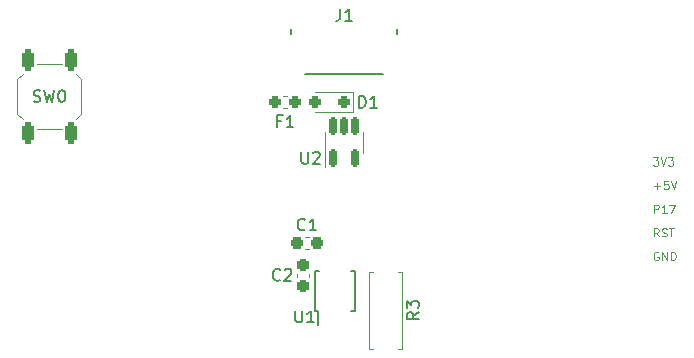
<source format=gto>
G04 #@! TF.GenerationSoftware,KiCad,Pcbnew,7.0.11*
G04 #@! TF.CreationDate,2024-05-21T13:22:13-04:00*
G04 #@! TF.ProjectId,ISOCHet,49534f43-4865-4742-9e6b-696361645f70,rev?*
G04 #@! TF.SameCoordinates,Original*
G04 #@! TF.FileFunction,Legend,Top*
G04 #@! TF.FilePolarity,Positive*
%FSLAX46Y46*%
G04 Gerber Fmt 4.6, Leading zero omitted, Abs format (unit mm)*
G04 Created by KiCad (PCBNEW 7.0.11) date 2024-05-21 13:22:13*
%MOMM*%
%LPD*%
G01*
G04 APERTURE LIST*
G04 Aperture macros list*
%AMRoundRect*
0 Rectangle with rounded corners*
0 $1 Rounding radius*
0 $2 $3 $4 $5 $6 $7 $8 $9 X,Y pos of 4 corners*
0 Add a 4 corners polygon primitive as box body*
4,1,4,$2,$3,$4,$5,$6,$7,$8,$9,$2,$3,0*
0 Add four circle primitives for the rounded corners*
1,1,$1+$1,$2,$3*
1,1,$1+$1,$4,$5*
1,1,$1+$1,$6,$7*
1,1,$1+$1,$8,$9*
0 Add four rect primitives between the rounded corners*
20,1,$1+$1,$2,$3,$4,$5,0*
20,1,$1+$1,$4,$5,$6,$7,0*
20,1,$1+$1,$6,$7,$8,$9,0*
20,1,$1+$1,$8,$9,$2,$3,0*%
%AMFreePoly0*
4,1,15,-0.780000,0.162500,-0.617500,0.325000,0.552500,0.325000,0.639560,0.307683,0.713367,0.258367,0.762683,0.184560,0.780000,0.097500,0.780000,-0.097500,0.762683,-0.184560,0.713367,-0.258367,0.639560,-0.307683,0.552500,-0.325000,-0.617500,-0.325000,-0.780000,-0.162500,-0.780000,0.162500,-0.780000,0.162500,$1*%
%AMFreePoly1*
4,1,15,-0.700000,0.075000,-0.694291,0.103701,-0.678033,0.128033,-0.653701,0.144291,-0.625000,0.150000,0.625000,0.150000,0.700000,0.075000,0.700000,-0.075000,0.625000,-0.150000,-0.625000,-0.150000,-0.653701,-0.144291,-0.678033,-0.128033,-0.694291,-0.103701,-0.700000,-0.075000,-0.700000,0.075000,-0.700000,0.075000,$1*%
G04 Aperture macros list end*
%ADD10C,0.120000*%
%ADD11C,0.150000*%
%ADD12C,0.127000*%
%ADD13C,0.400000*%
%ADD14RoundRect,0.237500X-0.237500X0.300000X-0.237500X-0.300000X0.237500X-0.300000X0.237500X0.300000X0*%
%ADD15C,3.800000*%
%ADD16C,1.600000*%
%ADD17O,1.600000X1.600000*%
%ADD18RoundRect,0.162500X0.162500X-0.617500X0.162500X0.617500X-0.162500X0.617500X-0.162500X-0.617500X0*%
%ADD19FreePoly0,90.000000*%
%ADD20R,0.300000X1.400000*%
%ADD21FreePoly1,90.000000*%
%ADD22RoundRect,0.237500X-0.287500X-0.237500X0.287500X-0.237500X0.287500X0.237500X-0.287500X0.237500X0*%
%ADD23C,1.750000*%
%ADD24C,3.987800*%
%ADD25RoundRect,0.250000X0.250000X0.250000X-0.250000X0.250000X-0.250000X-0.250000X0.250000X-0.250000X0*%
%ADD26RoundRect,0.237500X0.300000X0.237500X-0.300000X0.237500X-0.300000X-0.237500X0.300000X-0.237500X0*%
%ADD27O,1.554000X3.454000*%
%ADD28O,1.554000X3.054000*%
%ADD29RoundRect,0.275000X0.275000X-0.625000X0.275000X0.625000X-0.275000X0.625000X-0.275000X-0.625000X0*%
%ADD30R,1.350000X1.350000*%
%ADD31O,1.350000X1.350000*%
G04 APERTURE END LIST*
D10*
X185395613Y-59467593D02*
X185162280Y-59134260D01*
X184995613Y-59467593D02*
X184995613Y-58767593D01*
X184995613Y-58767593D02*
X185262280Y-58767593D01*
X185262280Y-58767593D02*
X185328947Y-58800926D01*
X185328947Y-58800926D02*
X185362280Y-58834260D01*
X185362280Y-58834260D02*
X185395613Y-58900926D01*
X185395613Y-58900926D02*
X185395613Y-59000926D01*
X185395613Y-59000926D02*
X185362280Y-59067593D01*
X185362280Y-59067593D02*
X185328947Y-59100926D01*
X185328947Y-59100926D02*
X185262280Y-59134260D01*
X185262280Y-59134260D02*
X184995613Y-59134260D01*
X185662280Y-59434260D02*
X185762280Y-59467593D01*
X185762280Y-59467593D02*
X185928947Y-59467593D01*
X185928947Y-59467593D02*
X185995613Y-59434260D01*
X185995613Y-59434260D02*
X186028947Y-59400926D01*
X186028947Y-59400926D02*
X186062280Y-59334260D01*
X186062280Y-59334260D02*
X186062280Y-59267593D01*
X186062280Y-59267593D02*
X186028947Y-59200926D01*
X186028947Y-59200926D02*
X185995613Y-59167593D01*
X185995613Y-59167593D02*
X185928947Y-59134260D01*
X185928947Y-59134260D02*
X185795613Y-59100926D01*
X185795613Y-59100926D02*
X185728947Y-59067593D01*
X185728947Y-59067593D02*
X185695613Y-59034260D01*
X185695613Y-59034260D02*
X185662280Y-58967593D01*
X185662280Y-58967593D02*
X185662280Y-58900926D01*
X185662280Y-58900926D02*
X185695613Y-58834260D01*
X185695613Y-58834260D02*
X185728947Y-58800926D01*
X185728947Y-58800926D02*
X185795613Y-58767593D01*
X185795613Y-58767593D02*
X185962280Y-58767593D01*
X185962280Y-58767593D02*
X186062280Y-58800926D01*
X186262280Y-58767593D02*
X186662280Y-58767593D01*
X186462280Y-59467593D02*
X186462280Y-58767593D01*
X184995613Y-57467593D02*
X184995613Y-56767593D01*
X184995613Y-56767593D02*
X185262280Y-56767593D01*
X185262280Y-56767593D02*
X185328947Y-56800926D01*
X185328947Y-56800926D02*
X185362280Y-56834260D01*
X185362280Y-56834260D02*
X185395613Y-56900926D01*
X185395613Y-56900926D02*
X185395613Y-57000926D01*
X185395613Y-57000926D02*
X185362280Y-57067593D01*
X185362280Y-57067593D02*
X185328947Y-57100926D01*
X185328947Y-57100926D02*
X185262280Y-57134260D01*
X185262280Y-57134260D02*
X184995613Y-57134260D01*
X186062280Y-57467593D02*
X185662280Y-57467593D01*
X185862280Y-57467593D02*
X185862280Y-56767593D01*
X185862280Y-56767593D02*
X185795613Y-56867593D01*
X185795613Y-56867593D02*
X185728947Y-56934260D01*
X185728947Y-56934260D02*
X185662280Y-56967593D01*
X186295614Y-56767593D02*
X186762280Y-56767593D01*
X186762280Y-56767593D02*
X186462280Y-57467593D01*
X184995613Y-55200926D02*
X185528947Y-55200926D01*
X185262280Y-55467593D02*
X185262280Y-54934260D01*
X186195614Y-54767593D02*
X185862280Y-54767593D01*
X185862280Y-54767593D02*
X185828947Y-55100926D01*
X185828947Y-55100926D02*
X185862280Y-55067593D01*
X185862280Y-55067593D02*
X185928947Y-55034260D01*
X185928947Y-55034260D02*
X186095614Y-55034260D01*
X186095614Y-55034260D02*
X186162280Y-55067593D01*
X186162280Y-55067593D02*
X186195614Y-55100926D01*
X186195614Y-55100926D02*
X186228947Y-55167593D01*
X186228947Y-55167593D02*
X186228947Y-55334260D01*
X186228947Y-55334260D02*
X186195614Y-55400926D01*
X186195614Y-55400926D02*
X186162280Y-55434260D01*
X186162280Y-55434260D02*
X186095614Y-55467593D01*
X186095614Y-55467593D02*
X185928947Y-55467593D01*
X185928947Y-55467593D02*
X185862280Y-55434260D01*
X185862280Y-55434260D02*
X185828947Y-55400926D01*
X186428947Y-54767593D02*
X186662281Y-55467593D01*
X186662281Y-55467593D02*
X186895614Y-54767593D01*
X185362280Y-60800927D02*
X185295613Y-60767594D01*
X185295613Y-60767594D02*
X185195613Y-60767594D01*
X185195613Y-60767594D02*
X185095613Y-60800927D01*
X185095613Y-60800927D02*
X185028947Y-60867594D01*
X185028947Y-60867594D02*
X184995613Y-60934261D01*
X184995613Y-60934261D02*
X184962280Y-61067594D01*
X184962280Y-61067594D02*
X184962280Y-61167594D01*
X184962280Y-61167594D02*
X184995613Y-61300927D01*
X184995613Y-61300927D02*
X185028947Y-61367594D01*
X185028947Y-61367594D02*
X185095613Y-61434261D01*
X185095613Y-61434261D02*
X185195613Y-61467594D01*
X185195613Y-61467594D02*
X185262280Y-61467594D01*
X185262280Y-61467594D02*
X185362280Y-61434261D01*
X185362280Y-61434261D02*
X185395613Y-61400927D01*
X185395613Y-61400927D02*
X185395613Y-61167594D01*
X185395613Y-61167594D02*
X185262280Y-61167594D01*
X185695613Y-61467594D02*
X185695613Y-60767594D01*
X185695613Y-60767594D02*
X186095613Y-61467594D01*
X186095613Y-61467594D02*
X186095613Y-60767594D01*
X186428946Y-61467594D02*
X186428946Y-60767594D01*
X186428946Y-60767594D02*
X186595613Y-60767594D01*
X186595613Y-60767594D02*
X186695613Y-60800927D01*
X186695613Y-60800927D02*
X186762280Y-60867594D01*
X186762280Y-60867594D02*
X186795613Y-60934261D01*
X186795613Y-60934261D02*
X186828946Y-61067594D01*
X186828946Y-61067594D02*
X186828946Y-61167594D01*
X186828946Y-61167594D02*
X186795613Y-61300927D01*
X186795613Y-61300927D02*
X186762280Y-61367594D01*
X186762280Y-61367594D02*
X186695613Y-61434261D01*
X186695613Y-61434261D02*
X186595613Y-61467594D01*
X186595613Y-61467594D02*
X186428946Y-61467594D01*
X184928947Y-52767593D02*
X185362280Y-52767593D01*
X185362280Y-52767593D02*
X185128947Y-53034260D01*
X185128947Y-53034260D02*
X185228947Y-53034260D01*
X185228947Y-53034260D02*
X185295613Y-53067593D01*
X185295613Y-53067593D02*
X185328947Y-53100926D01*
X185328947Y-53100926D02*
X185362280Y-53167593D01*
X185362280Y-53167593D02*
X185362280Y-53334260D01*
X185362280Y-53334260D02*
X185328947Y-53400926D01*
X185328947Y-53400926D02*
X185295613Y-53434260D01*
X185295613Y-53434260D02*
X185228947Y-53467593D01*
X185228947Y-53467593D02*
X185028947Y-53467593D01*
X185028947Y-53467593D02*
X184962280Y-53434260D01*
X184962280Y-53434260D02*
X184928947Y-53400926D01*
X185562280Y-52767593D02*
X185795614Y-53467593D01*
X185795614Y-53467593D02*
X186028947Y-52767593D01*
X186195614Y-52767593D02*
X186628947Y-52767593D01*
X186628947Y-52767593D02*
X186395614Y-53034260D01*
X186395614Y-53034260D02*
X186495614Y-53034260D01*
X186495614Y-53034260D02*
X186562280Y-53067593D01*
X186562280Y-53067593D02*
X186595614Y-53100926D01*
X186595614Y-53100926D02*
X186628947Y-53167593D01*
X186628947Y-53167593D02*
X186628947Y-53334260D01*
X186628947Y-53334260D02*
X186595614Y-53400926D01*
X186595614Y-53400926D02*
X186562280Y-53434260D01*
X186562280Y-53434260D02*
X186495614Y-53467593D01*
X186495614Y-53467593D02*
X186295614Y-53467593D01*
X186295614Y-53467593D02*
X186228947Y-53434260D01*
X186228947Y-53434260D02*
X186195614Y-53400926D01*
D11*
X153333333Y-63117079D02*
X153285714Y-63164699D01*
X153285714Y-63164699D02*
X153142857Y-63212318D01*
X153142857Y-63212318D02*
X153047619Y-63212318D01*
X153047619Y-63212318D02*
X152904762Y-63164699D01*
X152904762Y-63164699D02*
X152809524Y-63069460D01*
X152809524Y-63069460D02*
X152761905Y-62974222D01*
X152761905Y-62974222D02*
X152714286Y-62783746D01*
X152714286Y-62783746D02*
X152714286Y-62640889D01*
X152714286Y-62640889D02*
X152761905Y-62450413D01*
X152761905Y-62450413D02*
X152809524Y-62355175D01*
X152809524Y-62355175D02*
X152904762Y-62259937D01*
X152904762Y-62259937D02*
X153047619Y-62212318D01*
X153047619Y-62212318D02*
X153142857Y-62212318D01*
X153142857Y-62212318D02*
X153285714Y-62259937D01*
X153285714Y-62259937D02*
X153333333Y-62307556D01*
X153714286Y-62307556D02*
X153761905Y-62259937D01*
X153761905Y-62259937D02*
X153857143Y-62212318D01*
X153857143Y-62212318D02*
X154095238Y-62212318D01*
X154095238Y-62212318D02*
X154190476Y-62259937D01*
X154190476Y-62259937D02*
X154238095Y-62307556D01*
X154238095Y-62307556D02*
X154285714Y-62402794D01*
X154285714Y-62402794D02*
X154285714Y-62498032D01*
X154285714Y-62498032D02*
X154238095Y-62640889D01*
X154238095Y-62640889D02*
X153666667Y-63212318D01*
X153666667Y-63212318D02*
X154285714Y-63212318D01*
X165074819Y-65871666D02*
X164598628Y-66204999D01*
X165074819Y-66443094D02*
X164074819Y-66443094D01*
X164074819Y-66443094D02*
X164074819Y-66062142D01*
X164074819Y-66062142D02*
X164122438Y-65966904D01*
X164122438Y-65966904D02*
X164170057Y-65919285D01*
X164170057Y-65919285D02*
X164265295Y-65871666D01*
X164265295Y-65871666D02*
X164408152Y-65871666D01*
X164408152Y-65871666D02*
X164503390Y-65919285D01*
X164503390Y-65919285D02*
X164551009Y-65966904D01*
X164551009Y-65966904D02*
X164598628Y-66062142D01*
X164598628Y-66062142D02*
X164598628Y-66443094D01*
X164074819Y-65538332D02*
X164074819Y-64919285D01*
X164074819Y-64919285D02*
X164455771Y-65252618D01*
X164455771Y-65252618D02*
X164455771Y-65109761D01*
X164455771Y-65109761D02*
X164503390Y-65014523D01*
X164503390Y-65014523D02*
X164551009Y-64966904D01*
X164551009Y-64966904D02*
X164646247Y-64919285D01*
X164646247Y-64919285D02*
X164884342Y-64919285D01*
X164884342Y-64919285D02*
X164979580Y-64966904D01*
X164979580Y-64966904D02*
X165027200Y-65014523D01*
X165027200Y-65014523D02*
X165074819Y-65109761D01*
X165074819Y-65109761D02*
X165074819Y-65395475D01*
X165074819Y-65395475D02*
X165027200Y-65490713D01*
X165027200Y-65490713D02*
X164979580Y-65538332D01*
X155138095Y-52304819D02*
X155138095Y-53114342D01*
X155138095Y-53114342D02*
X155185714Y-53209580D01*
X155185714Y-53209580D02*
X155233333Y-53257200D01*
X155233333Y-53257200D02*
X155328571Y-53304819D01*
X155328571Y-53304819D02*
X155519047Y-53304819D01*
X155519047Y-53304819D02*
X155614285Y-53257200D01*
X155614285Y-53257200D02*
X155661904Y-53209580D01*
X155661904Y-53209580D02*
X155709523Y-53114342D01*
X155709523Y-53114342D02*
X155709523Y-52304819D01*
X156138095Y-52400057D02*
X156185714Y-52352438D01*
X156185714Y-52352438D02*
X156280952Y-52304819D01*
X156280952Y-52304819D02*
X156519047Y-52304819D01*
X156519047Y-52304819D02*
X156614285Y-52352438D01*
X156614285Y-52352438D02*
X156661904Y-52400057D01*
X156661904Y-52400057D02*
X156709523Y-52495295D01*
X156709523Y-52495295D02*
X156709523Y-52590533D01*
X156709523Y-52590533D02*
X156661904Y-52733390D01*
X156661904Y-52733390D02*
X156090476Y-53304819D01*
X156090476Y-53304819D02*
X156709523Y-53304819D01*
X154638095Y-65749819D02*
X154638095Y-66559342D01*
X154638095Y-66559342D02*
X154685714Y-66654580D01*
X154685714Y-66654580D02*
X154733333Y-66702200D01*
X154733333Y-66702200D02*
X154828571Y-66749819D01*
X154828571Y-66749819D02*
X155019047Y-66749819D01*
X155019047Y-66749819D02*
X155114285Y-66702200D01*
X155114285Y-66702200D02*
X155161904Y-66654580D01*
X155161904Y-66654580D02*
X155209523Y-66559342D01*
X155209523Y-66559342D02*
X155209523Y-65749819D01*
X156209523Y-66749819D02*
X155638095Y-66749819D01*
X155923809Y-66749819D02*
X155923809Y-65749819D01*
X155923809Y-65749819D02*
X155828571Y-65892676D01*
X155828571Y-65892676D02*
X155733333Y-65987914D01*
X155733333Y-65987914D02*
X155638095Y-66035533D01*
X153416666Y-49681009D02*
X153083333Y-49681009D01*
X153083333Y-50204819D02*
X153083333Y-49204819D01*
X153083333Y-49204819D02*
X153559523Y-49204819D01*
X154464285Y-50204819D02*
X153892857Y-50204819D01*
X154178571Y-50204819D02*
X154178571Y-49204819D01*
X154178571Y-49204819D02*
X154083333Y-49347676D01*
X154083333Y-49347676D02*
X153988095Y-49442914D01*
X153988095Y-49442914D02*
X153892857Y-49490533D01*
X160011905Y-48562319D02*
X160011905Y-47562319D01*
X160011905Y-47562319D02*
X160250000Y-47562319D01*
X160250000Y-47562319D02*
X160392857Y-47609938D01*
X160392857Y-47609938D02*
X160488095Y-47705176D01*
X160488095Y-47705176D02*
X160535714Y-47800414D01*
X160535714Y-47800414D02*
X160583333Y-47990890D01*
X160583333Y-47990890D02*
X160583333Y-48133747D01*
X160583333Y-48133747D02*
X160535714Y-48324223D01*
X160535714Y-48324223D02*
X160488095Y-48419461D01*
X160488095Y-48419461D02*
X160392857Y-48514700D01*
X160392857Y-48514700D02*
X160250000Y-48562319D01*
X160250000Y-48562319D02*
X160011905Y-48562319D01*
X161535714Y-48562319D02*
X160964286Y-48562319D01*
X161250000Y-48562319D02*
X161250000Y-47562319D01*
X161250000Y-47562319D02*
X161154762Y-47705176D01*
X161154762Y-47705176D02*
X161059524Y-47800414D01*
X161059524Y-47800414D02*
X160964286Y-47848033D01*
X155445833Y-58859580D02*
X155398214Y-58907200D01*
X155398214Y-58907200D02*
X155255357Y-58954819D01*
X155255357Y-58954819D02*
X155160119Y-58954819D01*
X155160119Y-58954819D02*
X155017262Y-58907200D01*
X155017262Y-58907200D02*
X154922024Y-58811961D01*
X154922024Y-58811961D02*
X154874405Y-58716723D01*
X154874405Y-58716723D02*
X154826786Y-58526247D01*
X154826786Y-58526247D02*
X154826786Y-58383390D01*
X154826786Y-58383390D02*
X154874405Y-58192914D01*
X154874405Y-58192914D02*
X154922024Y-58097676D01*
X154922024Y-58097676D02*
X155017262Y-58002438D01*
X155017262Y-58002438D02*
X155160119Y-57954819D01*
X155160119Y-57954819D02*
X155255357Y-57954819D01*
X155255357Y-57954819D02*
X155398214Y-58002438D01*
X155398214Y-58002438D02*
X155445833Y-58050057D01*
X156398214Y-58954819D02*
X155826786Y-58954819D01*
X156112500Y-58954819D02*
X156112500Y-57954819D01*
X156112500Y-57954819D02*
X156017262Y-58097676D01*
X156017262Y-58097676D02*
X155922024Y-58192914D01*
X155922024Y-58192914D02*
X155826786Y-58240533D01*
X158416666Y-40204819D02*
X158416666Y-40919104D01*
X158416666Y-40919104D02*
X158369047Y-41061961D01*
X158369047Y-41061961D02*
X158273809Y-41157200D01*
X158273809Y-41157200D02*
X158130952Y-41204819D01*
X158130952Y-41204819D02*
X158035714Y-41204819D01*
X159416666Y-41204819D02*
X158845238Y-41204819D01*
X159130952Y-41204819D02*
X159130952Y-40204819D01*
X159130952Y-40204819D02*
X159035714Y-40347676D01*
X159035714Y-40347676D02*
X158940476Y-40442914D01*
X158940476Y-40442914D02*
X158845238Y-40490533D01*
X132466667Y-48032199D02*
X132609524Y-48079818D01*
X132609524Y-48079818D02*
X132847619Y-48079818D01*
X132847619Y-48079818D02*
X132942857Y-48032199D01*
X132942857Y-48032199D02*
X132990476Y-47984579D01*
X132990476Y-47984579D02*
X133038095Y-47889341D01*
X133038095Y-47889341D02*
X133038095Y-47794103D01*
X133038095Y-47794103D02*
X132990476Y-47698865D01*
X132990476Y-47698865D02*
X132942857Y-47651246D01*
X132942857Y-47651246D02*
X132847619Y-47603627D01*
X132847619Y-47603627D02*
X132657143Y-47556008D01*
X132657143Y-47556008D02*
X132561905Y-47508389D01*
X132561905Y-47508389D02*
X132514286Y-47460770D01*
X132514286Y-47460770D02*
X132466667Y-47365532D01*
X132466667Y-47365532D02*
X132466667Y-47270294D01*
X132466667Y-47270294D02*
X132514286Y-47175056D01*
X132514286Y-47175056D02*
X132561905Y-47127437D01*
X132561905Y-47127437D02*
X132657143Y-47079818D01*
X132657143Y-47079818D02*
X132895238Y-47079818D01*
X132895238Y-47079818D02*
X133038095Y-47127437D01*
X133371429Y-47079818D02*
X133609524Y-48079818D01*
X133609524Y-48079818D02*
X133800000Y-47365532D01*
X133800000Y-47365532D02*
X133990476Y-48079818D01*
X133990476Y-48079818D02*
X134228572Y-47079818D01*
X134800000Y-47079818D02*
X134895238Y-47079818D01*
X134895238Y-47079818D02*
X134990476Y-47127437D01*
X134990476Y-47127437D02*
X135038095Y-47175056D01*
X135038095Y-47175056D02*
X135085714Y-47270294D01*
X135085714Y-47270294D02*
X135133333Y-47460770D01*
X135133333Y-47460770D02*
X135133333Y-47698865D01*
X135133333Y-47698865D02*
X135085714Y-47889341D01*
X135085714Y-47889341D02*
X135038095Y-47984579D01*
X135038095Y-47984579D02*
X134990476Y-48032199D01*
X134990476Y-48032199D02*
X134895238Y-48079818D01*
X134895238Y-48079818D02*
X134800000Y-48079818D01*
X134800000Y-48079818D02*
X134704762Y-48032199D01*
X134704762Y-48032199D02*
X134657143Y-47984579D01*
X134657143Y-47984579D02*
X134609524Y-47889341D01*
X134609524Y-47889341D02*
X134561905Y-47698865D01*
X134561905Y-47698865D02*
X134561905Y-47460770D01*
X134561905Y-47460770D02*
X134609524Y-47270294D01*
X134609524Y-47270294D02*
X134657143Y-47175056D01*
X134657143Y-47175056D02*
X134704762Y-47127437D01*
X134704762Y-47127437D02*
X134800000Y-47079818D01*
D10*
X155760000Y-62611233D02*
X155760000Y-62903767D01*
X154740000Y-62611233D02*
X154740000Y-62903767D01*
X163620000Y-62435000D02*
X163620000Y-68975000D01*
X163290000Y-62435000D02*
X163620000Y-62435000D01*
X161210000Y-62435000D02*
X160880000Y-62435000D01*
X160880000Y-62435000D02*
X160880000Y-68975000D01*
X163620000Y-68975000D02*
X163290000Y-68975000D01*
X160880000Y-68975000D02*
X161210000Y-68975000D01*
X160360000Y-52400000D02*
X160360000Y-50600000D01*
X157140000Y-50600000D02*
X157140000Y-53550000D01*
D11*
X156325000Y-65770000D02*
X156550000Y-65770000D01*
X156325000Y-65770000D02*
X156325000Y-62420000D01*
X156550000Y-65770000D02*
X156550000Y-66995000D01*
X159675000Y-65770000D02*
X159375000Y-65770000D01*
X159675000Y-65770000D02*
X159675000Y-62420000D01*
X156325000Y-62420000D02*
X156625000Y-62420000D01*
X159675000Y-62420000D02*
X159375000Y-62420000D01*
D10*
X153578733Y-47597500D02*
X153921267Y-47597500D01*
X153578733Y-48617500D02*
X153921267Y-48617500D01*
X159510000Y-48957500D02*
X159510000Y-47257500D01*
X159510000Y-48957500D02*
X156250000Y-48957500D01*
X159510000Y-47257500D02*
X156250000Y-47257500D01*
X155758767Y-60510000D02*
X155466233Y-60510000D01*
X155758767Y-59490000D02*
X155466233Y-59490000D01*
D12*
X163220000Y-41895000D02*
X163220000Y-42355000D01*
X162075000Y-45720000D02*
X155425000Y-45720000D01*
X154280000Y-41895000D02*
X154280000Y-42355000D01*
D10*
X134840000Y-50345000D02*
X132760000Y-50345000D01*
X131080000Y-49075000D02*
X131570000Y-49565000D01*
X131080000Y-49075000D02*
X131080000Y-46175000D01*
X136520000Y-49075000D02*
X136030000Y-49565000D01*
X136520000Y-49075000D02*
X136520000Y-46175000D01*
X131080000Y-46175000D02*
X131570000Y-45685000D01*
X136520000Y-46175000D02*
X136030000Y-45685000D01*
X134840000Y-44905000D02*
X132760000Y-44905000D01*
%LPC*%
D13*
X161925000Y-44800000D02*
G75*
G03*
X161525000Y-44800000I-200000J0D01*
G01*
X161525000Y-44800000D02*
G75*
G03*
X161925000Y-44800000I200000J0D01*
G01*
X161925000Y-43450000D02*
G75*
G03*
X161525000Y-43450000I-200000J0D01*
G01*
X161525000Y-43450000D02*
G75*
G03*
X161925000Y-43450000I200000J0D01*
G01*
X161075000Y-44800000D02*
G75*
G03*
X160675000Y-44800000I-200000J0D01*
G01*
X160675000Y-44800000D02*
G75*
G03*
X161075000Y-44800000I200000J0D01*
G01*
X161075000Y-43450000D02*
G75*
G03*
X160675000Y-43450000I-200000J0D01*
G01*
X160675000Y-43450000D02*
G75*
G03*
X161075000Y-43450000I200000J0D01*
G01*
X160225000Y-44800000D02*
G75*
G03*
X159825000Y-44800000I-200000J0D01*
G01*
X159825000Y-44800000D02*
G75*
G03*
X160225000Y-44800000I200000J0D01*
G01*
X160225000Y-43450000D02*
G75*
G03*
X159825000Y-43450000I-200000J0D01*
G01*
X159825000Y-43450000D02*
G75*
G03*
X160225000Y-43450000I200000J0D01*
G01*
X159375000Y-44800000D02*
G75*
G03*
X158975000Y-44800000I-200000J0D01*
G01*
X158975000Y-44800000D02*
G75*
G03*
X159375000Y-44800000I200000J0D01*
G01*
X159375000Y-43450000D02*
G75*
G03*
X158975000Y-43450000I-200000J0D01*
G01*
X158975000Y-43450000D02*
G75*
G03*
X159375000Y-43450000I200000J0D01*
G01*
X158525000Y-44800000D02*
G75*
G03*
X158125000Y-44800000I-200000J0D01*
G01*
X158125000Y-44800000D02*
G75*
G03*
X158525000Y-44800000I200000J0D01*
G01*
X158525000Y-43450000D02*
G75*
G03*
X158125000Y-43450000I-200000J0D01*
G01*
X158125000Y-43450000D02*
G75*
G03*
X158525000Y-43450000I200000J0D01*
G01*
X157675000Y-44800000D02*
G75*
G03*
X157275000Y-44800000I-200000J0D01*
G01*
X157275000Y-44800000D02*
G75*
G03*
X157675000Y-44800000I200000J0D01*
G01*
X157675000Y-43450000D02*
G75*
G03*
X157275000Y-43450000I-200000J0D01*
G01*
X157275000Y-43450000D02*
G75*
G03*
X157675000Y-43450000I200000J0D01*
G01*
X156825000Y-44800000D02*
G75*
G03*
X156425000Y-44800000I-200000J0D01*
G01*
X156425000Y-44800000D02*
G75*
G03*
X156825000Y-44800000I200000J0D01*
G01*
X156825000Y-43450000D02*
G75*
G03*
X156425000Y-43450000I-200000J0D01*
G01*
X156425000Y-43450000D02*
G75*
G03*
X156825000Y-43450000I200000J0D01*
G01*
X155975000Y-44800000D02*
G75*
G03*
X155575000Y-44800000I-200000J0D01*
G01*
X155575000Y-44800000D02*
G75*
G03*
X155975000Y-44800000I200000J0D01*
G01*
X155975000Y-43450000D02*
G75*
G03*
X155575000Y-43450000I-200000J0D01*
G01*
X155575000Y-43450000D02*
G75*
G03*
X155975000Y-43450000I200000J0D01*
G01*
D14*
X155250000Y-61895000D03*
X155250000Y-63620000D03*
D15*
X158750000Y-57150000D03*
D16*
X162250000Y-61895000D03*
D17*
X162250000Y-69515000D03*
D18*
X157800000Y-52850000D03*
D19*
X158750000Y-52850000D03*
D18*
X159700000Y-52850000D03*
X159700000Y-50150000D03*
X158750000Y-50150000D03*
X157800000Y-50150000D03*
D20*
X157000000Y-66295000D03*
X157500000Y-66295000D03*
X158000000Y-66295000D03*
X158500000Y-66295000D03*
X159000000Y-66295000D03*
X159000000Y-61895000D03*
X158500000Y-61895000D03*
D21*
X158000000Y-61895000D03*
D20*
X157500000Y-61895000D03*
X157000000Y-61895000D03*
D22*
X152875000Y-48107500D03*
X154625000Y-48107500D03*
D23*
X170338750Y-57150000D03*
D24*
X175418750Y-57150000D03*
D23*
X180498750Y-57150000D03*
D25*
X158750000Y-48107500D03*
X156250000Y-48107500D03*
D23*
X139382500Y-47625000D03*
D24*
X144462500Y-47625000D03*
D23*
X149542500Y-47625000D03*
X139382500Y-66675000D03*
D24*
X144462500Y-66675000D03*
D23*
X149542500Y-66675000D03*
D26*
X156475000Y-60000000D03*
X154750000Y-60000000D03*
D27*
X163070000Y-44300000D03*
D28*
X163070000Y-40150000D03*
D27*
X154430000Y-44300000D03*
D28*
X154430000Y-40150000D03*
D23*
X137001250Y-66675000D03*
D24*
X142081250Y-66675000D03*
X167163750Y-45243750D03*
X167163750Y-69056250D03*
D29*
X131950000Y-50725000D03*
X131950000Y-44525000D03*
X135650000Y-50725000D03*
X135650000Y-44525000D03*
D24*
X146843750Y-66675000D03*
D23*
X151923750Y-66675000D03*
D30*
X184000000Y-61150000D03*
D31*
X184000000Y-59150000D03*
X184000000Y-57150000D03*
X184000000Y-55150000D03*
X184000000Y-53150000D03*
%LPD*%
M02*

</source>
